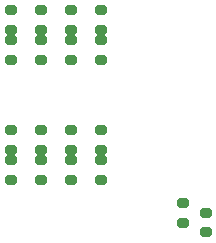
<source format=gbr>
%TF.GenerationSoftware,KiCad,Pcbnew,7.0.5*%
%TF.CreationDate,2024-09-17T16:51:35-04:00*%
%TF.ProjectId,8_bit_logic_analyzer_rev_2,385f6269-745f-46c6-9f67-69635f616e61,rev?*%
%TF.SameCoordinates,Original*%
%TF.FileFunction,Paste,Bot*%
%TF.FilePolarity,Positive*%
%FSLAX46Y46*%
G04 Gerber Fmt 4.6, Leading zero omitted, Abs format (unit mm)*
G04 Created by KiCad (PCBNEW 7.0.5) date 2024-09-17 16:51:35*
%MOMM*%
%LPD*%
G01*
G04 APERTURE LIST*
G04 Aperture macros list*
%AMRoundRect*
0 Rectangle with rounded corners*
0 $1 Rounding radius*
0 $2 $3 $4 $5 $6 $7 $8 $9 X,Y pos of 4 corners*
0 Add a 4 corners polygon primitive as box body*
4,1,4,$2,$3,$4,$5,$6,$7,$8,$9,$2,$3,0*
0 Add four circle primitives for the rounded corners*
1,1,$1+$1,$2,$3*
1,1,$1+$1,$4,$5*
1,1,$1+$1,$6,$7*
1,1,$1+$1,$8,$9*
0 Add four rect primitives between the rounded corners*
20,1,$1+$1,$2,$3,$4,$5,0*
20,1,$1+$1,$4,$5,$6,$7,0*
20,1,$1+$1,$6,$7,$8,$9,0*
20,1,$1+$1,$8,$9,$2,$3,0*%
G04 Aperture macros list end*
%ADD10RoundRect,0.200000X0.275000X-0.200000X0.275000X0.200000X-0.275000X0.200000X-0.275000X-0.200000X0*%
%ADD11RoundRect,0.200000X-0.275000X0.200000X-0.275000X-0.200000X0.275000X-0.200000X0.275000X0.200000X0*%
G04 APERTURE END LIST*
D10*
%TO.C,R11*%
X77470000Y-40830000D03*
X77470000Y-39180000D03*
%TD*%
%TO.C,R3*%
X66040000Y-26225000D03*
X66040000Y-24575000D03*
%TD*%
D11*
%TO.C,D1*%
X60960000Y-22035000D03*
X60960000Y-23685000D03*
%TD*%
%TO.C,D2*%
X63500000Y-22035000D03*
X63500000Y-23685000D03*
%TD*%
%TO.C,D3*%
X66040000Y-22035000D03*
X66040000Y-23685000D03*
%TD*%
%TO.C,D9*%
X75565000Y-38355000D03*
X75565000Y-40005000D03*
%TD*%
%TO.C,D4*%
X68580000Y-22035000D03*
X68580000Y-23685000D03*
%TD*%
%TO.C,D7*%
X66040000Y-32195000D03*
X66040000Y-33845000D03*
%TD*%
%TO.C,D5*%
X60960000Y-32195000D03*
X60960000Y-33845000D03*
%TD*%
D10*
%TO.C,R10*%
X68580000Y-36385000D03*
X68580000Y-34735000D03*
%TD*%
%TO.C,R8*%
X63500000Y-36385000D03*
X63500000Y-34735000D03*
%TD*%
D11*
%TO.C,D6*%
X63500000Y-32195000D03*
X63500000Y-33845000D03*
%TD*%
D10*
%TO.C,R1*%
X60960000Y-26225000D03*
X60960000Y-24575000D03*
%TD*%
%TO.C,R7*%
X60960000Y-36385000D03*
X60960000Y-34735000D03*
%TD*%
D11*
%TO.C,D8*%
X68580000Y-32195000D03*
X68580000Y-33845000D03*
%TD*%
D10*
%TO.C,R4*%
X68580000Y-26225000D03*
X68580000Y-24575000D03*
%TD*%
%TO.C,R2*%
X63500000Y-26225000D03*
X63500000Y-24575000D03*
%TD*%
%TO.C,R9*%
X66040000Y-36385000D03*
X66040000Y-34735000D03*
%TD*%
M02*

</source>
